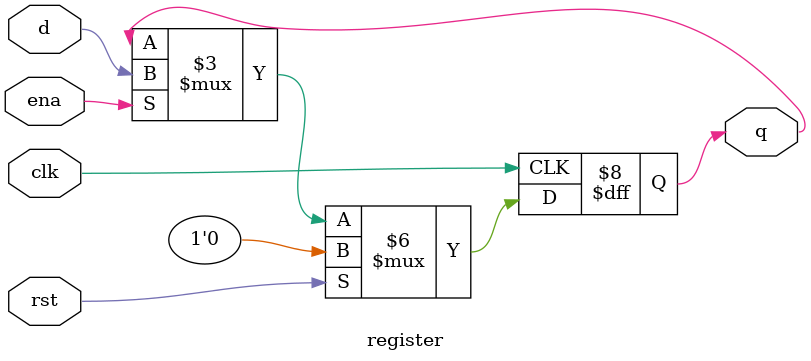
<source format=sv>
`timescale 1ns/1ps
`default_nettype none

/*
A synchronous register (batch of flip flops) with rst > ena.
*/

module register(clk, ena, rst, d, q);
parameter N = 1;
parameter RESET_VALUE = 0; // Value to reset to.

input wire clk, ena, rst;
input wire [N-1:0] d;
output logic [N-1:0] q;

always_ff @(posedge clk)
    if(rst) q <= 0;
    else if(ena) q <= d;
    else q <= q;

endmodule

</source>
